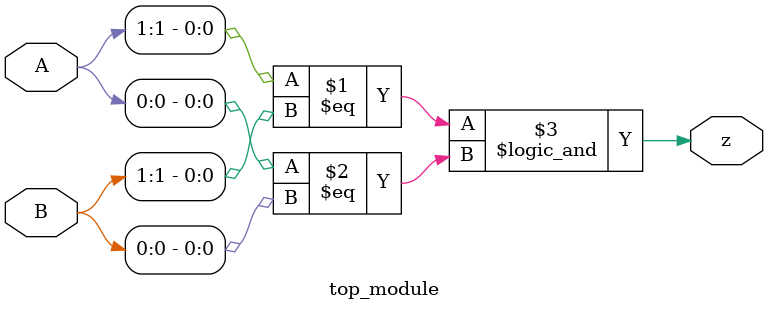
<source format=sv>
module top_module(
  input [1:0] A,
  input [1:0] B,
  output z
);

  assign z = (A[1] == B[1] && A[0] == B[0]);

endmodule

</source>
